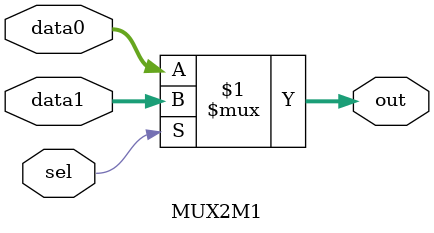
<source format=v>
`timescale 1ns / 1ps

module MUX2M1(out,
             data0,
             data1,
             sel);
parameter lfsr_width=8;
output[lfsr_width-1:0] out;
input[lfsr_width-1:0] data0,
                     data1;
input sel;

assign out=sel?data1:data0;               
endmodule

</source>
